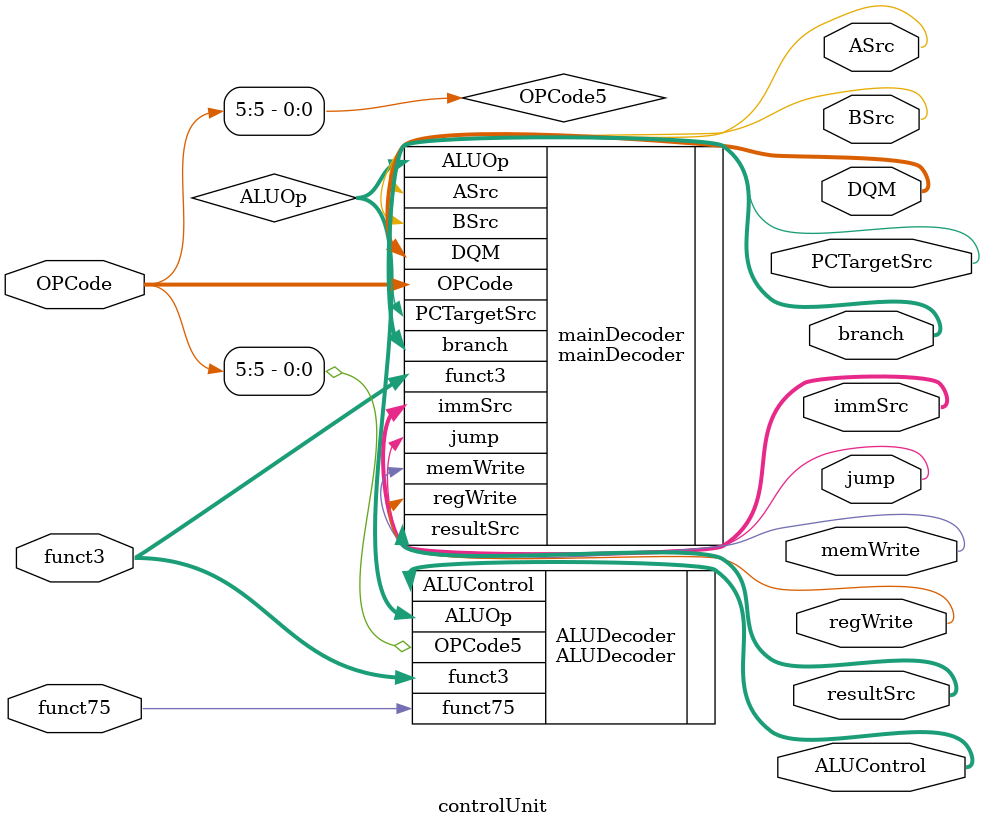
<source format=v>
module controlUnit (
    input wire  [6:0]   OPCode,
    input wire  [2:0]   funct3,
    input wire          funct75,
    output wire [5:0]   branch,
    output wire         jump,
    output wire         regWrite,
    output wire [2:0]   immSrc,
    output wire         ASrc,
    output wire         BSrc,
    output wire         PCTargetSrc,
    output wire [3:0]   ALUControl,
    output wire         memWrite,
    output wire [1:0]   resultSrc,
    output wire [1:0]   DQM
);
    
wire [1:0] ALUOp;
wire OPCode5 = OPCode[5];

mainDecoder mainDecoder (
    .OPCode         (OPCode),
    .funct3         (funct3),
    .branch         (branch),
    .jump           (jump),
    .regWrite       (regWrite),
    .immSrc         (immSrc),
    .ASrc           (ASrc),
    .BSrc           (BSrc),
    .resultSrc      (resultSrc),
    .memWrite       (memWrite),
    .PCTargetSrc    (PCTargetSrc),
    .ALUOp          (ALUOp),
    .DQM            (DQM)
);

ALUDecoder ALUDecoder (
    .ALUOp          (ALUOp),
    .funct3         (funct3),
    .funct75        (funct75),
    .OPCode5        (OPCode5),
    .ALUControl     (ALUControl)
);

endmodule
</source>
